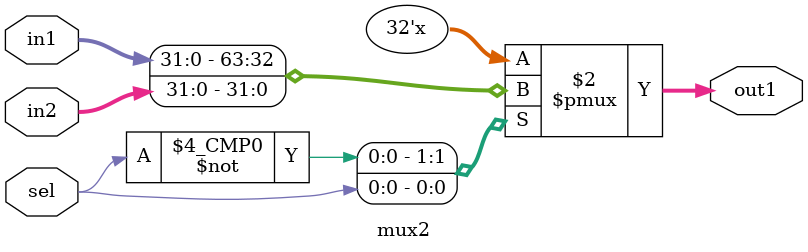
<source format=sv>
`timescale 1ns / 1ps


module mux2(
    input [31:0] in1,
    input [31:0] in2,
    output reg [31:0] out1,
    input sel
    );

    always @(*) 
    begin
        case (sel)
            1'b0 : out1 <= in1;
            1'b1 : out1 <= in2;
        endcase;
    end
endmodule


</source>
